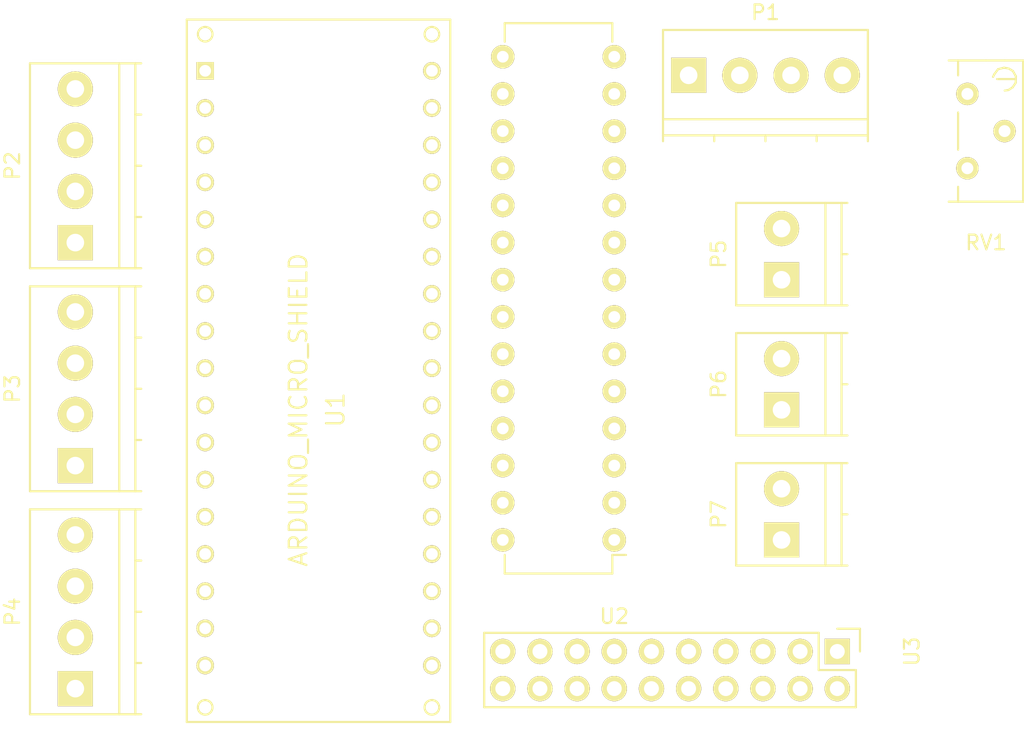
<source format=kicad_pcb>
(kicad_pcb (version 4) (host pcbnew 4.0.2-stable)

  (general
    (links 46)
    (no_connects 46)
    (area 0 0 0 0)
    (thickness 1.6)
    (drawings 0)
    (tracks 1)
    (zones 0)
    (modules 11)
    (nets 35)
  )

  (page A4)
  (layers
    (0 F.Cu signal)
    (31 B.Cu signal)
    (32 B.Adhes user)
    (33 F.Adhes user)
    (34 B.Paste user)
    (35 F.Paste user)
    (36 B.SilkS user)
    (37 F.SilkS user)
    (38 B.Mask user)
    (39 F.Mask user)
    (40 Dwgs.User user)
    (41 Cmts.User user)
    (42 Eco1.User user)
    (43 Eco2.User user)
    (44 Edge.Cuts user)
    (45 Margin user)
    (46 B.CrtYd user)
    (47 F.CrtYd user)
    (48 B.Fab user)
    (49 F.Fab user)
  )

  (setup
    (last_trace_width 0.25)
    (trace_clearance 0.2)
    (zone_clearance 0.508)
    (zone_45_only no)
    (trace_min 0.2)
    (segment_width 0.2)
    (edge_width 0.15)
    (via_size 0.6)
    (via_drill 0.4)
    (via_min_size 0.4)
    (via_min_drill 0.3)
    (uvia_size 0.3)
    (uvia_drill 0.1)
    (uvias_allowed no)
    (uvia_min_size 0.2)
    (uvia_min_drill 0.1)
    (pcb_text_width 0.3)
    (pcb_text_size 1.5 1.5)
    (mod_edge_width 0.15)
    (mod_text_size 1 1)
    (mod_text_width 0.15)
    (pad_size 1.524 1.524)
    (pad_drill 0.762)
    (pad_to_mask_clearance 0.2)
    (aux_axis_origin 0 0)
    (visible_elements 7FFFFFFF)
    (pcbplotparams
      (layerselection 0x00030_80000001)
      (usegerberextensions false)
      (excludeedgelayer true)
      (linewidth 0.100000)
      (plotframeref false)
      (viasonmask false)
      (mode 1)
      (useauxorigin false)
      (hpglpennumber 1)
      (hpglpenspeed 20)
      (hpglpendiameter 15)
      (hpglpenoverlay 2)
      (psnegative false)
      (psa4output false)
      (plotreference true)
      (plotvalue true)
      (plotinvisibletext false)
      (padsonsilk false)
      (subtractmaskfromsilk false)
      (outputformat 1)
      (mirror false)
      (drillshape 1)
      (scaleselection 1)
      (outputdirectory ""))
  )

  (net 0 "")
  (net 1 GND)
  (net 2 -12V)
  (net 3 +12V)
  (net 4 +5V)
  (net 5 "Net-(P2-Pad3)")
  (net 6 "Net-(P2-Pad4)")
  (net 7 "Net-(P3-Pad3)")
  (net 8 "Net-(P3-Pad4)")
  (net 9 "Net-(P4-Pad3)")
  (net 10 "Net-(P4-Pad4)")
  (net 11 "Net-(P5-Pad1)")
  (net 12 "Net-(P6-Pad1)")
  (net 13 "Net-(P7-Pad1)")
  (net 14 -8V)
  (net 15 "Net-(U1-PadSCK)")
  (net 16 "Net-(U1-PadMI)")
  (net 17 "Net-(U1-PadGND)")
  (net 18 "Net-(U1-PadRST)")
  (net 19 "Net-(U1-PadNC)")
  (net 20 "Net-(U1-PadMO)")
  (net 21 "Net-(U1-PadSS)")
  (net 22 "Net-(U2-Pad1)")
  (net 23 "Net-(U2-Pad2)")
  (net 24 "Net-(U2-Pad3)")
  (net 25 "Net-(U2-Pad4)")
  (net 26 "Net-(U2-Pad5)")
  (net 27 "Net-(U2-Pad21)")
  (net 28 "Net-(U2-Pad22)")
  (net 29 "Net-(U2-Pad23)")
  (net 30 "Net-(U2-Pad24)")
  (net 31 "Net-(U2-Pad25)")
  (net 32 "Net-(U2-Pad26)")
  (net 33 "Net-(U2-Pad27)")
  (net 34 "Net-(U2-Pad28)")

  (net_class Default "Dies ist die voreingestellte Netzklasse."
    (clearance 0.2)
    (trace_width 0.25)
    (via_dia 0.6)
    (via_drill 0.4)
    (uvia_dia 0.3)
    (uvia_drill 0.1)
    (add_net +12V)
    (add_net +5V)
    (add_net -12V)
    (add_net -8V)
    (add_net GND)
    (add_net "Net-(P2-Pad3)")
    (add_net "Net-(P2-Pad4)")
    (add_net "Net-(P3-Pad3)")
    (add_net "Net-(P3-Pad4)")
    (add_net "Net-(P4-Pad3)")
    (add_net "Net-(P4-Pad4)")
    (add_net "Net-(P5-Pad1)")
    (add_net "Net-(P6-Pad1)")
    (add_net "Net-(P7-Pad1)")
    (add_net "Net-(U1-PadGND)")
    (add_net "Net-(U1-PadMI)")
    (add_net "Net-(U1-PadMO)")
    (add_net "Net-(U1-PadNC)")
    (add_net "Net-(U1-PadRST)")
    (add_net "Net-(U1-PadSCK)")
    (add_net "Net-(U1-PadSS)")
    (add_net "Net-(U2-Pad1)")
    (add_net "Net-(U2-Pad2)")
    (add_net "Net-(U2-Pad21)")
    (add_net "Net-(U2-Pad22)")
    (add_net "Net-(U2-Pad23)")
    (add_net "Net-(U2-Pad24)")
    (add_net "Net-(U2-Pad25)")
    (add_net "Net-(U2-Pad26)")
    (add_net "Net-(U2-Pad27)")
    (add_net "Net-(U2-Pad28)")
    (add_net "Net-(U2-Pad3)")
    (add_net "Net-(U2-Pad4)")
    (add_net "Net-(U2-Pad5)")
  )

  (module Terminal_Blocks:TerminalBlock_Pheonix_PT-3.5mm_2pol (layer F.Cu) (tedit 0) (tstamp 57637C89)
    (at 186.69 62.23 90)
    (descr "2-way 3.5mm pitch terminal block, Phoenix PT series")
    (path /57634EEE)
    (fp_text reference P5 (at 1.75 -4.3 90) (layer F.SilkS)
      (effects (font (size 1 1) (thickness 0.15)))
    )
    (fp_text value SX (at 1.75 6 90) (layer F.Fab)
      (effects (font (size 1 1) (thickness 0.15)))
    )
    (fp_line (start -1.9 -3.3) (end 5.4 -3.3) (layer F.CrtYd) (width 0.05))
    (fp_line (start -1.9 4.7) (end -1.9 -3.3) (layer F.CrtYd) (width 0.05))
    (fp_line (start 5.4 4.7) (end -1.9 4.7) (layer F.CrtYd) (width 0.05))
    (fp_line (start 5.4 -3.3) (end 5.4 4.7) (layer F.CrtYd) (width 0.05))
    (fp_line (start 1.75 4.1) (end 1.75 4.5) (layer F.SilkS) (width 0.15))
    (fp_line (start -1.75 3) (end 5.25 3) (layer F.SilkS) (width 0.15))
    (fp_line (start -1.75 4.1) (end 5.25 4.1) (layer F.SilkS) (width 0.15))
    (fp_line (start -1.75 -3.1) (end -1.75 4.5) (layer F.SilkS) (width 0.15))
    (fp_line (start 5.25 4.5) (end 5.25 -3.1) (layer F.SilkS) (width 0.15))
    (fp_line (start 5.25 -3.1) (end -1.75 -3.1) (layer F.SilkS) (width 0.15))
    (pad 2 thru_hole circle (at 3.5 0 90) (size 2.4 2.4) (drill 1.2) (layers *.Cu *.Mask F.SilkS)
      (net 4 +5V))
    (pad 1 thru_hole rect (at 0 0 90) (size 2.4 2.4) (drill 1.2) (layers *.Cu *.Mask F.SilkS)
      (net 11 "Net-(P5-Pad1)"))
    (model Terminal_Blocks.3dshapes/TerminalBlock_Pheonix_PT-3.5mm_2pol.wrl
      (at (xyz 0 0 0))
      (scale (xyz 1 1 1))
      (rotate (xyz 0 0 0))
    )
  )

  (module Terminal_Blocks:TerminalBlock_Pheonix_PT-3.5mm_4pol (layer F.Cu) (tedit 56301633) (tstamp 57637C3D)
    (at 180.34 48.26)
    (descr "4-way 3.5mm pitch terminal block, Phoenix PT series")
    (path /5763149D)
    (fp_text reference P1 (at 5.25 -4.3) (layer F.SilkS)
      (effects (font (size 1 1) (thickness 0.15)))
    )
    (fp_text value POWER (at 5.25 6) (layer F.Fab)
      (effects (font (size 1 1) (thickness 0.15)))
    )
    (fp_line (start -1.9 -3.3) (end 12.4 -3.3) (layer F.CrtYd) (width 0.05))
    (fp_line (start -1.9 4.7) (end -1.9 -3.3) (layer F.CrtYd) (width 0.05))
    (fp_line (start 12.4 4.7) (end -1.9 4.7) (layer F.CrtYd) (width 0.05))
    (fp_line (start 12.4 -3.3) (end 12.4 4.7) (layer F.CrtYd) (width 0.05))
    (fp_line (start 1.75 4.1) (end 1.75 4.5) (layer F.SilkS) (width 0.15))
    (fp_line (start 5.25 4.1) (end 5.25 4.5) (layer F.SilkS) (width 0.15))
    (fp_line (start 8.75 4.1) (end 8.75 4.5) (layer F.SilkS) (width 0.15))
    (fp_line (start -1.75 3) (end 12.25 3) (layer F.SilkS) (width 0.15))
    (fp_line (start -1.75 4.1) (end 12.25 4.1) (layer F.SilkS) (width 0.15))
    (fp_line (start -1.75 -3.1) (end -1.75 4.5) (layer F.SilkS) (width 0.15))
    (fp_line (start 12.25 4.5) (end 12.25 -3.1) (layer F.SilkS) (width 0.15))
    (fp_line (start 12.25 -3.1) (end -1.75 -3.1) (layer F.SilkS) (width 0.15))
    (pad 3 thru_hole circle (at 7 0) (size 2.4 2.4) (drill 1.2) (layers *.Cu *.Mask F.SilkS)
      (net 2 -12V))
    (pad 4 thru_hole circle (at 10.5 0) (size 2.4 2.4) (drill 1.2) (layers *.Cu *.Mask F.SilkS)
      (net 1 GND))
    (pad 2 thru_hole circle (at 3.5 0) (size 2.4 2.4) (drill 1.2) (layers *.Cu *.Mask F.SilkS)
      (net 3 +12V))
    (pad 1 thru_hole rect (at 0 0) (size 2.4 2.4) (drill 1.2) (layers *.Cu *.Mask F.SilkS)
      (net 4 +5V))
    (model Terminal_Blocks.3dshapes/TerminalBlock_Pheonix_PT-3.5mm_4pol.wrl
      (at (xyz 0 0 0))
      (scale (xyz 1 1 1))
      (rotate (xyz 0 0 0))
    )
  )

  (module Terminal_Blocks:TerminalBlock_Pheonix_PT-3.5mm_4pol (layer F.Cu) (tedit 56301633) (tstamp 57637C51)
    (at 138.43 59.69 90)
    (descr "4-way 3.5mm pitch terminal block, Phoenix PT series")
    (path /5762FBA2)
    (fp_text reference P2 (at 5.25 -4.3 90) (layer F.SilkS)
      (effects (font (size 1 1) (thickness 0.15)))
    )
    (fp_text value X_SENSOR (at 5.25 6 90) (layer F.Fab)
      (effects (font (size 1 1) (thickness 0.15)))
    )
    (fp_line (start -1.9 -3.3) (end 12.4 -3.3) (layer F.CrtYd) (width 0.05))
    (fp_line (start -1.9 4.7) (end -1.9 -3.3) (layer F.CrtYd) (width 0.05))
    (fp_line (start 12.4 4.7) (end -1.9 4.7) (layer F.CrtYd) (width 0.05))
    (fp_line (start 12.4 -3.3) (end 12.4 4.7) (layer F.CrtYd) (width 0.05))
    (fp_line (start 1.75 4.1) (end 1.75 4.5) (layer F.SilkS) (width 0.15))
    (fp_line (start 5.25 4.1) (end 5.25 4.5) (layer F.SilkS) (width 0.15))
    (fp_line (start 8.75 4.1) (end 8.75 4.5) (layer F.SilkS) (width 0.15))
    (fp_line (start -1.75 3) (end 12.25 3) (layer F.SilkS) (width 0.15))
    (fp_line (start -1.75 4.1) (end 12.25 4.1) (layer F.SilkS) (width 0.15))
    (fp_line (start -1.75 -3.1) (end -1.75 4.5) (layer F.SilkS) (width 0.15))
    (fp_line (start 12.25 4.5) (end 12.25 -3.1) (layer F.SilkS) (width 0.15))
    (fp_line (start 12.25 -3.1) (end -1.75 -3.1) (layer F.SilkS) (width 0.15))
    (pad 3 thru_hole circle (at 7 0 90) (size 2.4 2.4) (drill 1.2) (layers *.Cu *.Mask F.SilkS)
      (net 5 "Net-(P2-Pad3)"))
    (pad 4 thru_hole circle (at 10.5 0 90) (size 2.4 2.4) (drill 1.2) (layers *.Cu *.Mask F.SilkS)
      (net 6 "Net-(P2-Pad4)"))
    (pad 2 thru_hole circle (at 3.5 0 90) (size 2.4 2.4) (drill 1.2) (layers *.Cu *.Mask F.SilkS)
      (net 1 GND))
    (pad 1 thru_hole rect (at 0 0 90) (size 2.4 2.4) (drill 1.2) (layers *.Cu *.Mask F.SilkS)
      (net 4 +5V))
    (model Terminal_Blocks.3dshapes/TerminalBlock_Pheonix_PT-3.5mm_4pol.wrl
      (at (xyz 0 0 0))
      (scale (xyz 1 1 1))
      (rotate (xyz 0 0 0))
    )
  )

  (module Terminal_Blocks:TerminalBlock_Pheonix_PT-3.5mm_4pol (layer F.Cu) (tedit 56301633) (tstamp 57637C65)
    (at 138.43 74.93 90)
    (descr "4-way 3.5mm pitch terminal block, Phoenix PT series")
    (path /5762FBD9)
    (fp_text reference P3 (at 5.25 -4.3 90) (layer F.SilkS)
      (effects (font (size 1 1) (thickness 0.15)))
    )
    (fp_text value Y_SENSOR (at 5.25 6 90) (layer F.Fab)
      (effects (font (size 1 1) (thickness 0.15)))
    )
    (fp_line (start -1.9 -3.3) (end 12.4 -3.3) (layer F.CrtYd) (width 0.05))
    (fp_line (start -1.9 4.7) (end -1.9 -3.3) (layer F.CrtYd) (width 0.05))
    (fp_line (start 12.4 4.7) (end -1.9 4.7) (layer F.CrtYd) (width 0.05))
    (fp_line (start 12.4 -3.3) (end 12.4 4.7) (layer F.CrtYd) (width 0.05))
    (fp_line (start 1.75 4.1) (end 1.75 4.5) (layer F.SilkS) (width 0.15))
    (fp_line (start 5.25 4.1) (end 5.25 4.5) (layer F.SilkS) (width 0.15))
    (fp_line (start 8.75 4.1) (end 8.75 4.5) (layer F.SilkS) (width 0.15))
    (fp_line (start -1.75 3) (end 12.25 3) (layer F.SilkS) (width 0.15))
    (fp_line (start -1.75 4.1) (end 12.25 4.1) (layer F.SilkS) (width 0.15))
    (fp_line (start -1.75 -3.1) (end -1.75 4.5) (layer F.SilkS) (width 0.15))
    (fp_line (start 12.25 4.5) (end 12.25 -3.1) (layer F.SilkS) (width 0.15))
    (fp_line (start 12.25 -3.1) (end -1.75 -3.1) (layer F.SilkS) (width 0.15))
    (pad 3 thru_hole circle (at 7 0 90) (size 2.4 2.4) (drill 1.2) (layers *.Cu *.Mask F.SilkS)
      (net 7 "Net-(P3-Pad3)"))
    (pad 4 thru_hole circle (at 10.5 0 90) (size 2.4 2.4) (drill 1.2) (layers *.Cu *.Mask F.SilkS)
      (net 8 "Net-(P3-Pad4)"))
    (pad 2 thru_hole circle (at 3.5 0 90) (size 2.4 2.4) (drill 1.2) (layers *.Cu *.Mask F.SilkS)
      (net 1 GND))
    (pad 1 thru_hole rect (at 0 0 90) (size 2.4 2.4) (drill 1.2) (layers *.Cu *.Mask F.SilkS)
      (net 4 +5V))
    (model Terminal_Blocks.3dshapes/TerminalBlock_Pheonix_PT-3.5mm_4pol.wrl
      (at (xyz 0 0 0))
      (scale (xyz 1 1 1))
      (rotate (xyz 0 0 0))
    )
  )

  (module Terminal_Blocks:TerminalBlock_Pheonix_PT-3.5mm_4pol (layer F.Cu) (tedit 56301633) (tstamp 57637C79)
    (at 138.43 90.17 90)
    (descr "4-way 3.5mm pitch terminal block, Phoenix PT series")
    (path /5762FC0C)
    (fp_text reference P4 (at 5.25 -4.3 90) (layer F.SilkS)
      (effects (font (size 1 1) (thickness 0.15)))
    )
    (fp_text value Z_SENSOR (at 5.25 6 90) (layer F.Fab)
      (effects (font (size 1 1) (thickness 0.15)))
    )
    (fp_line (start -1.9 -3.3) (end 12.4 -3.3) (layer F.CrtYd) (width 0.05))
    (fp_line (start -1.9 4.7) (end -1.9 -3.3) (layer F.CrtYd) (width 0.05))
    (fp_line (start 12.4 4.7) (end -1.9 4.7) (layer F.CrtYd) (width 0.05))
    (fp_line (start 12.4 -3.3) (end 12.4 4.7) (layer F.CrtYd) (width 0.05))
    (fp_line (start 1.75 4.1) (end 1.75 4.5) (layer F.SilkS) (width 0.15))
    (fp_line (start 5.25 4.1) (end 5.25 4.5) (layer F.SilkS) (width 0.15))
    (fp_line (start 8.75 4.1) (end 8.75 4.5) (layer F.SilkS) (width 0.15))
    (fp_line (start -1.75 3) (end 12.25 3) (layer F.SilkS) (width 0.15))
    (fp_line (start -1.75 4.1) (end 12.25 4.1) (layer F.SilkS) (width 0.15))
    (fp_line (start -1.75 -3.1) (end -1.75 4.5) (layer F.SilkS) (width 0.15))
    (fp_line (start 12.25 4.5) (end 12.25 -3.1) (layer F.SilkS) (width 0.15))
    (fp_line (start 12.25 -3.1) (end -1.75 -3.1) (layer F.SilkS) (width 0.15))
    (pad 3 thru_hole circle (at 7 0 90) (size 2.4 2.4) (drill 1.2) (layers *.Cu *.Mask F.SilkS)
      (net 9 "Net-(P4-Pad3)"))
    (pad 4 thru_hole circle (at 10.5 0 90) (size 2.4 2.4) (drill 1.2) (layers *.Cu *.Mask F.SilkS)
      (net 10 "Net-(P4-Pad4)"))
    (pad 2 thru_hole circle (at 3.5 0 90) (size 2.4 2.4) (drill 1.2) (layers *.Cu *.Mask F.SilkS)
      (net 1 GND))
    (pad 1 thru_hole rect (at 0 0 90) (size 2.4 2.4) (drill 1.2) (layers *.Cu *.Mask F.SilkS)
      (net 4 +5V))
    (model Terminal_Blocks.3dshapes/TerminalBlock_Pheonix_PT-3.5mm_4pol.wrl
      (at (xyz 0 0 0))
      (scale (xyz 1 1 1))
      (rotate (xyz 0 0 0))
    )
  )

  (module Terminal_Blocks:TerminalBlock_Pheonix_PT-3.5mm_2pol (layer F.Cu) (tedit 0) (tstamp 57637C99)
    (at 186.69 71.12 90)
    (descr "2-way 3.5mm pitch terminal block, Phoenix PT series")
    (path /57634F58)
    (fp_text reference P6 (at 1.75 -4.3 90) (layer F.SilkS)
      (effects (font (size 1 1) (thickness 0.15)))
    )
    (fp_text value SY (at 1.75 6 90) (layer F.Fab)
      (effects (font (size 1 1) (thickness 0.15)))
    )
    (fp_line (start -1.9 -3.3) (end 5.4 -3.3) (layer F.CrtYd) (width 0.05))
    (fp_line (start -1.9 4.7) (end -1.9 -3.3) (layer F.CrtYd) (width 0.05))
    (fp_line (start 5.4 4.7) (end -1.9 4.7) (layer F.CrtYd) (width 0.05))
    (fp_line (start 5.4 -3.3) (end 5.4 4.7) (layer F.CrtYd) (width 0.05))
    (fp_line (start 1.75 4.1) (end 1.75 4.5) (layer F.SilkS) (width 0.15))
    (fp_line (start -1.75 3) (end 5.25 3) (layer F.SilkS) (width 0.15))
    (fp_line (start -1.75 4.1) (end 5.25 4.1) (layer F.SilkS) (width 0.15))
    (fp_line (start -1.75 -3.1) (end -1.75 4.5) (layer F.SilkS) (width 0.15))
    (fp_line (start 5.25 4.5) (end 5.25 -3.1) (layer F.SilkS) (width 0.15))
    (fp_line (start 5.25 -3.1) (end -1.75 -3.1) (layer F.SilkS) (width 0.15))
    (pad 2 thru_hole circle (at 3.5 0 90) (size 2.4 2.4) (drill 1.2) (layers *.Cu *.Mask F.SilkS)
      (net 4 +5V))
    (pad 1 thru_hole rect (at 0 0 90) (size 2.4 2.4) (drill 1.2) (layers *.Cu *.Mask F.SilkS)
      (net 12 "Net-(P6-Pad1)"))
    (model Terminal_Blocks.3dshapes/TerminalBlock_Pheonix_PT-3.5mm_2pol.wrl
      (at (xyz 0 0 0))
      (scale (xyz 1 1 1))
      (rotate (xyz 0 0 0))
    )
  )

  (module Terminal_Blocks:TerminalBlock_Pheonix_PT-3.5mm_2pol (layer F.Cu) (tedit 0) (tstamp 57637CA9)
    (at 186.69 80.01 90)
    (descr "2-way 3.5mm pitch terminal block, Phoenix PT series")
    (path /57634F9C)
    (fp_text reference P7 (at 1.75 -4.3 90) (layer F.SilkS)
      (effects (font (size 1 1) (thickness 0.15)))
    )
    (fp_text value SZ (at 1.75 6 90) (layer F.Fab)
      (effects (font (size 1 1) (thickness 0.15)))
    )
    (fp_line (start -1.9 -3.3) (end 5.4 -3.3) (layer F.CrtYd) (width 0.05))
    (fp_line (start -1.9 4.7) (end -1.9 -3.3) (layer F.CrtYd) (width 0.05))
    (fp_line (start 5.4 4.7) (end -1.9 4.7) (layer F.CrtYd) (width 0.05))
    (fp_line (start 5.4 -3.3) (end 5.4 4.7) (layer F.CrtYd) (width 0.05))
    (fp_line (start 1.75 4.1) (end 1.75 4.5) (layer F.SilkS) (width 0.15))
    (fp_line (start -1.75 3) (end 5.25 3) (layer F.SilkS) (width 0.15))
    (fp_line (start -1.75 4.1) (end 5.25 4.1) (layer F.SilkS) (width 0.15))
    (fp_line (start -1.75 -3.1) (end -1.75 4.5) (layer F.SilkS) (width 0.15))
    (fp_line (start 5.25 4.5) (end 5.25 -3.1) (layer F.SilkS) (width 0.15))
    (fp_line (start 5.25 -3.1) (end -1.75 -3.1) (layer F.SilkS) (width 0.15))
    (pad 2 thru_hole circle (at 3.5 0 90) (size 2.4 2.4) (drill 1.2) (layers *.Cu *.Mask F.SilkS)
      (net 4 +5V))
    (pad 1 thru_hole rect (at 0 0 90) (size 2.4 2.4) (drill 1.2) (layers *.Cu *.Mask F.SilkS)
      (net 13 "Net-(P7-Pad1)"))
    (model Terminal_Blocks.3dshapes/TerminalBlock_Pheonix_PT-3.5mm_2pol.wrl
      (at (xyz 0 0 0))
      (scale (xyz 1 1 1))
      (rotate (xyz 0 0 0))
    )
  )

  (module Potentiometers:Potentiometer_Bourns_3296Y_3-8Zoll_Angular_ScrewUp (layer F.Cu) (tedit 54130BC5) (tstamp 57637CC3)
    (at 199.39 49.53 180)
    (descr "3296, 3/8, Square, Trimpot, Trimming, Potentiometer, Bourns")
    (tags "3296, 3/8, Square, Trimpot, Trimming, Potentiometer, Bourns")
    (path /5763199F)
    (fp_text reference RV1 (at -1.27 -10.16 180) (layer F.SilkS)
      (effects (font (size 1 1) (thickness 0.15)))
    )
    (fp_text value 10K (at 0 5.08 180) (layer F.Fab)
      (effects (font (size 1 1) (thickness 0.15)))
    )
    (fp_line (start 0.635 1.27) (end 0.635 2.286) (layer F.SilkS) (width 0.15))
    (fp_line (start 0.635 -3.81) (end 0.635 -1.27) (layer F.SilkS) (width 0.15))
    (fp_line (start 0.635 -7.366) (end 0.635 -6.35) (layer F.SilkS) (width 0.15))
    (fp_line (start -3.302 1.016) (end -2.032 1.016) (layer F.SilkS) (width 0.15))
    (fp_line (start -2.5527 0.2286) (end -2.8067 0.2667) (layer F.SilkS) (width 0.15))
    (fp_line (start -2.8067 0.2667) (end -3.0861 0.4445) (layer F.SilkS) (width 0.15))
    (fp_line (start -3.0861 0.4445) (end -3.302 0.762) (layer F.SilkS) (width 0.15))
    (fp_line (start -3.302 0.762) (end -3.3147 1.2065) (layer F.SilkS) (width 0.15))
    (fp_line (start -3.3147 1.2065) (end -3.1115 1.5621) (layer F.SilkS) (width 0.15))
    (fp_line (start -3.1115 1.5621) (end -2.8194 1.7399) (layer F.SilkS) (width 0.15))
    (fp_line (start -2.8194 1.7399) (end -2.5019 1.7907) (layer F.SilkS) (width 0.15))
    (fp_line (start -2.5019 1.7907) (end -2.0955 1.6891) (layer F.SilkS) (width 0.15))
    (fp_line (start -2.0955 1.6891) (end -1.8415 1.3462) (layer F.SilkS) (width 0.15))
    (fp_line (start -1.8415 1.3462) (end -1.7526 1.1684) (layer F.SilkS) (width 0.15))
    (fp_line (start -2.54 2.286) (end -3.81 2.286) (layer F.SilkS) (width 0.15))
    (fp_line (start -3.81 2.286) (end -3.81 -7.366) (layer F.SilkS) (width 0.15))
    (fp_line (start -3.81 -7.366) (end 1.27 -7.366) (layer F.SilkS) (width 0.15))
    (fp_line (start 1.27 2.286) (end -1.27 2.286) (layer F.SilkS) (width 0.15))
    (fp_line (start -1.27 2.286) (end -2.54 2.286) (layer F.SilkS) (width 0.15))
    (pad 2 thru_hole circle (at -2.54 -2.54 180) (size 1.524 1.524) (drill 0.8128) (layers *.Cu *.Mask F.SilkS)
      (net 14 -8V))
    (pad 3 thru_hole circle (at 0 -5.08 180) (size 1.524 1.524) (drill 0.8128) (layers *.Cu *.Mask F.SilkS))
    (pad 1 thru_hole circle (at 0 0 180) (size 1.524 1.524) (drill 0.8128) (layers *.Cu *.Mask F.SilkS)
      (net 2 -12V))
    (model Potentiometers.3dshapes/Potentiometer_Bourns_3296Y_3-8Zoll_Angular_ScrewUp.wrl
      (at (xyz 0 0 0))
      (scale (xyz 1 1 1))
      (rotate (xyz 0 0 0))
    )
  )

  (module arduino_micro_shield:ARDUINO_MICRO_SHIELD (layer F.Cu) (tedit 54B0AF9D) (tstamp 57637CF1)
    (at 146.05 44.45 270)
    (tags "ARDUINO, MICRO")
    (path /5762CF0D)
    (fp_text reference U1 (at 26.67 -10.16 270) (layer F.SilkS)
      (effects (font (size 1.2 1.2) (thickness 0.15)))
    )
    (fp_text value ARDUINO_MICRO_SHIELD (at 26.67 -7.62 270) (layer F.SilkS)
      (effects (font (size 1.2 1.2) (thickness 0.15)))
    )
    (fp_circle (center 1 -1.254) (end 1.5 -1.254) (layer F.SilkS) (width 0.15))
    (fp_circle (center 1 -16.746) (end 1.5 -16.746) (layer F.SilkS) (width 0.15))
    (fp_circle (center 47 -1.254) (end 47.5 -1.254) (layer F.SilkS) (width 0.15))
    (fp_circle (center 47 -16.746) (end 47.5 -16.746) (layer F.SilkS) (width 0.15))
    (fp_line (start 0 -18) (end 48 -18) (layer F.SilkS) (width 0.15))
    (fp_line (start 48 -18) (end 48 0) (layer F.SilkS) (width 0.15))
    (fp_line (start 48 0) (end 0 0) (layer F.SilkS) (width 0.15))
    (fp_line (start 0 0) (end 0 -18) (layer F.SilkS) (width 0.15))
    (pad SCK thru_hole circle (at 3.5 -16.746 270) (size 1.2 1.2) (drill 0.8) (layers *.Cu *.Mask F.SilkS)
      (net 15 "Net-(U1-PadSCK)"))
    (pad MI thru_hole circle (at 6.04 -16.746 270) (size 1.2 1.2) (drill 0.8) (layers *.Cu *.Mask F.SilkS)
      (net 16 "Net-(U1-PadMI)"))
    (pad VI thru_hole circle (at 8.58 -16.746 270) (size 1.2 1.2) (drill 0.8) (layers *.Cu *.Mask F.SilkS)
      (net 3 +12V))
    (pad GND thru_hole circle (at 11.12 -16.746 270) (size 1.2 1.2) (drill 0.8) (layers *.Cu *.Mask F.SilkS)
      (net 17 "Net-(U1-PadGND)"))
    (pad RST thru_hole circle (at 13.66 -16.746 270) (size 1.2 1.2) (drill 0.8) (layers *.Cu *.Mask F.SilkS)
      (net 18 "Net-(U1-PadRST)"))
    (pad 5V thru_hole circle (at 16.2 -16.746 270) (size 1.2 1.2) (drill 0.8) (layers *.Cu *.Mask F.SilkS))
    (pad NC thru_hole circle (at 18.74 -16.746 270) (size 1.2 1.2) (drill 0.8) (layers *.Cu *.Mask F.SilkS)
      (net 19 "Net-(U1-PadNC)"))
    (pad NC thru_hole circle (at 21.28 -16.746 270) (size 1.2 1.2) (drill 0.8) (layers *.Cu *.Mask F.SilkS)
      (net 19 "Net-(U1-PadNC)"))
    (pad A5 thru_hole circle (at 23.82 -16.746 270) (size 1.2 1.2) (drill 0.8) (layers *.Cu *.Mask F.SilkS))
    (pad A4 thru_hole circle (at 26.36 -16.746 270) (size 1.2 1.2) (drill 0.8) (layers *.Cu *.Mask F.SilkS))
    (pad A3 thru_hole circle (at 28.9 -16.746 270) (size 1.2 1.2) (drill 0.8) (layers *.Cu *.Mask F.SilkS))
    (pad A2 thru_hole circle (at 31.44 -16.746 270) (size 1.2 1.2) (drill 0.8) (layers *.Cu *.Mask F.SilkS))
    (pad A1 thru_hole circle (at 33.98 -16.746 270) (size 1.2 1.2) (drill 0.8) (layers *.Cu *.Mask F.SilkS))
    (pad A0 thru_hole circle (at 36.52 -16.746 270) (size 1.2 1.2) (drill 0.8) (layers *.Cu *.Mask F.SilkS))
    (pad AREF thru_hole circle (at 39.06 -16.746 270) (size 1.2 1.2) (drill 0.8) (layers *.Cu *.Mask F.SilkS))
    (pad 3.3V thru_hole circle (at 41.6 -16.746 270) (size 1.2 1.2) (drill 0.8) (layers *.Cu *.Mask F.SilkS))
    (pad 13 thru_hole circle (at 44.14 -16.746 270) (size 1.2 1.2) (drill 0.8) (layers *.Cu *.Mask F.SilkS))
    (pad MO thru_hole rect (at 3.5 -1.254 270) (size 1.2 1.2) (drill 0.8) (layers *.Cu *.Mask F.SilkS)
      (net 20 "Net-(U1-PadMO)"))
    (pad SS thru_hole circle (at 6.04 -1.254 270) (size 1.2 1.2) (drill 0.8) (layers *.Cu *.Mask F.SilkS)
      (net 21 "Net-(U1-PadSS)"))
    (pad TX thru_hole circle (at 8.58 -1.254 270) (size 1.2 1.2) (drill 0.8) (layers *.Cu *.Mask F.SilkS))
    (pad RX thru_hole circle (at 11.12 -1.254 270) (size 1.2 1.2) (drill 0.8) (layers *.Cu *.Mask F.SilkS))
    (pad RST thru_hole circle (at 13.66 -1.254 270) (size 1.2 1.2) (drill 0.8) (layers *.Cu *.Mask F.SilkS)
      (net 18 "Net-(U1-PadRST)"))
    (pad GND thru_hole circle (at 16.2 -1.254 270) (size 1.2 1.2) (drill 0.8) (layers *.Cu *.Mask F.SilkS)
      (net 17 "Net-(U1-PadGND)"))
    (pad 2 thru_hole circle (at 18.74 -1.254 270) (size 1.2 1.2) (drill 0.8) (layers *.Cu *.Mask F.SilkS)
      (net 6 "Net-(P2-Pad4)"))
    (pad 3 thru_hole circle (at 21.28 -1.254 270) (size 1.2 1.2) (drill 0.8) (layers *.Cu *.Mask F.SilkS)
      (net 5 "Net-(P2-Pad3)"))
    (pad 4 thru_hole circle (at 23.82 -1.254 270) (size 1.2 1.2) (drill 0.8) (layers *.Cu *.Mask F.SilkS)
      (net 8 "Net-(P3-Pad4)"))
    (pad 5 thru_hole circle (at 26.36 -1.254 270) (size 1.2 1.2) (drill 0.8) (layers *.Cu *.Mask F.SilkS)
      (net 7 "Net-(P3-Pad3)"))
    (pad 6 thru_hole circle (at 28.9 -1.254 270) (size 1.2 1.2) (drill 0.8) (layers *.Cu *.Mask F.SilkS)
      (net 10 "Net-(P4-Pad4)"))
    (pad 7 thru_hole circle (at 31.44 -1.254 270) (size 1.2 1.2) (drill 0.8) (layers *.Cu *.Mask F.SilkS)
      (net 9 "Net-(P4-Pad3)"))
    (pad 8 thru_hole circle (at 33.98 -1.254 270) (size 1.2 1.2) (drill 0.8) (layers *.Cu *.Mask F.SilkS))
    (pad 9 thru_hole circle (at 36.52 -1.254 270) (size 1.2 1.2) (drill 0.8) (layers *.Cu *.Mask F.SilkS))
    (pad 10 thru_hole circle (at 39.06 -1.254 270) (size 1.2 1.2) (drill 0.8) (layers *.Cu *.Mask F.SilkS))
    (pad 11 thru_hole circle (at 41.6 -1.254 270) (size 1.2 1.2) (drill 0.8) (layers *.Cu *.Mask F.SilkS))
    (pad 12 thru_hole circle (at 44.14 -1.254 270) (size 1.2 1.2) (drill 0.8) (layers *.Cu *.Mask F.SilkS))
  )

  (module Housings_DIP:DIP-28_W7.62mm (layer F.Cu) (tedit 54130A77) (tstamp 57637D1C)
    (at 175.26 80.01 180)
    (descr "28-lead dip package, row spacing 7.62 mm (300 mils)")
    (tags "dil dip 2.54 300")
    (path /5761DA92)
    (fp_text reference U2 (at 0 -5.22 180) (layer F.SilkS)
      (effects (font (size 1 1) (thickness 0.15)))
    )
    (fp_text value MCP23S17 (at 0 -3.72 180) (layer F.Fab)
      (effects (font (size 1 1) (thickness 0.15)))
    )
    (fp_line (start -1.05 -2.45) (end -1.05 35.5) (layer F.CrtYd) (width 0.05))
    (fp_line (start 8.65 -2.45) (end 8.65 35.5) (layer F.CrtYd) (width 0.05))
    (fp_line (start -1.05 -2.45) (end 8.65 -2.45) (layer F.CrtYd) (width 0.05))
    (fp_line (start -1.05 35.5) (end 8.65 35.5) (layer F.CrtYd) (width 0.05))
    (fp_line (start 0.135 -2.295) (end 0.135 -1.025) (layer F.SilkS) (width 0.15))
    (fp_line (start 7.485 -2.295) (end 7.485 -1.025) (layer F.SilkS) (width 0.15))
    (fp_line (start 7.485 35.315) (end 7.485 34.045) (layer F.SilkS) (width 0.15))
    (fp_line (start 0.135 35.315) (end 0.135 34.045) (layer F.SilkS) (width 0.15))
    (fp_line (start 0.135 -2.295) (end 7.485 -2.295) (layer F.SilkS) (width 0.15))
    (fp_line (start 0.135 35.315) (end 7.485 35.315) (layer F.SilkS) (width 0.15))
    (fp_line (start 0.135 -1.025) (end -0.8 -1.025) (layer F.SilkS) (width 0.15))
    (pad 1 thru_hole oval (at 0 0 180) (size 1.6 1.6) (drill 0.8) (layers *.Cu *.Mask F.SilkS)
      (net 22 "Net-(U2-Pad1)"))
    (pad 2 thru_hole oval (at 0 2.54 180) (size 1.6 1.6) (drill 0.8) (layers *.Cu *.Mask F.SilkS)
      (net 23 "Net-(U2-Pad2)"))
    (pad 3 thru_hole oval (at 0 5.08 180) (size 1.6 1.6) (drill 0.8) (layers *.Cu *.Mask F.SilkS)
      (net 24 "Net-(U2-Pad3)"))
    (pad 4 thru_hole oval (at 0 7.62 180) (size 1.6 1.6) (drill 0.8) (layers *.Cu *.Mask F.SilkS)
      (net 25 "Net-(U2-Pad4)"))
    (pad 5 thru_hole oval (at 0 10.16 180) (size 1.6 1.6) (drill 0.8) (layers *.Cu *.Mask F.SilkS)
      (net 26 "Net-(U2-Pad5)"))
    (pad 6 thru_hole oval (at 0 12.7 180) (size 1.6 1.6) (drill 0.8) (layers *.Cu *.Mask F.SilkS)
      (net 13 "Net-(P7-Pad1)"))
    (pad 7 thru_hole oval (at 0 15.24 180) (size 1.6 1.6) (drill 0.8) (layers *.Cu *.Mask F.SilkS)
      (net 12 "Net-(P6-Pad1)"))
    (pad 8 thru_hole oval (at 0 17.78 180) (size 1.6 1.6) (drill 0.8) (layers *.Cu *.Mask F.SilkS)
      (net 11 "Net-(P5-Pad1)"))
    (pad 9 thru_hole oval (at 0 20.32 180) (size 1.6 1.6) (drill 0.8) (layers *.Cu *.Mask F.SilkS)
      (net 4 +5V))
    (pad 10 thru_hole oval (at 0 22.86 180) (size 1.6 1.6) (drill 0.8) (layers *.Cu *.Mask F.SilkS)
      (net 1 GND))
    (pad 11 thru_hole oval (at 0 25.4 180) (size 1.6 1.6) (drill 0.8) (layers *.Cu *.Mask F.SilkS)
      (net 21 "Net-(U1-PadSS)"))
    (pad 12 thru_hole oval (at 0 27.94 180) (size 1.6 1.6) (drill 0.8) (layers *.Cu *.Mask F.SilkS)
      (net 15 "Net-(U1-PadSCK)"))
    (pad 13 thru_hole oval (at 0 30.48 180) (size 1.6 1.6) (drill 0.8) (layers *.Cu *.Mask F.SilkS)
      (net 20 "Net-(U1-PadMO)"))
    (pad 14 thru_hole oval (at 0 33.02 180) (size 1.6 1.6) (drill 0.8) (layers *.Cu *.Mask F.SilkS)
      (net 16 "Net-(U1-PadMI)"))
    (pad 15 thru_hole oval (at 7.62 33.02 180) (size 1.6 1.6) (drill 0.8) (layers *.Cu *.Mask F.SilkS))
    (pad 16 thru_hole oval (at 7.62 30.48 180) (size 1.6 1.6) (drill 0.8) (layers *.Cu *.Mask F.SilkS))
    (pad 17 thru_hole oval (at 7.62 27.94 180) (size 1.6 1.6) (drill 0.8) (layers *.Cu *.Mask F.SilkS))
    (pad 18 thru_hole oval (at 7.62 25.4 180) (size 1.6 1.6) (drill 0.8) (layers *.Cu *.Mask F.SilkS))
    (pad 19 thru_hole oval (at 7.62 22.86 180) (size 1.6 1.6) (drill 0.8) (layers *.Cu *.Mask F.SilkS))
    (pad 20 thru_hole oval (at 7.62 20.32 180) (size 1.6 1.6) (drill 0.8) (layers *.Cu *.Mask F.SilkS))
    (pad 21 thru_hole oval (at 7.62 17.78 180) (size 1.6 1.6) (drill 0.8) (layers *.Cu *.Mask F.SilkS)
      (net 27 "Net-(U2-Pad21)"))
    (pad 22 thru_hole oval (at 7.62 15.24 180) (size 1.6 1.6) (drill 0.8) (layers *.Cu *.Mask F.SilkS)
      (net 28 "Net-(U2-Pad22)"))
    (pad 23 thru_hole oval (at 7.62 12.7 180) (size 1.6 1.6) (drill 0.8) (layers *.Cu *.Mask F.SilkS)
      (net 29 "Net-(U2-Pad23)"))
    (pad 24 thru_hole oval (at 7.62 10.16 180) (size 1.6 1.6) (drill 0.8) (layers *.Cu *.Mask F.SilkS)
      (net 30 "Net-(U2-Pad24)"))
    (pad 25 thru_hole oval (at 7.62 7.62 180) (size 1.6 1.6) (drill 0.8) (layers *.Cu *.Mask F.SilkS)
      (net 31 "Net-(U2-Pad25)"))
    (pad 26 thru_hole oval (at 7.62 5.08 180) (size 1.6 1.6) (drill 0.8) (layers *.Cu *.Mask F.SilkS)
      (net 32 "Net-(U2-Pad26)"))
    (pad 27 thru_hole oval (at 7.62 2.54 180) (size 1.6 1.6) (drill 0.8) (layers *.Cu *.Mask F.SilkS)
      (net 33 "Net-(U2-Pad27)"))
    (pad 28 thru_hole oval (at 7.62 0 180) (size 1.6 1.6) (drill 0.8) (layers *.Cu *.Mask F.SilkS)
      (net 34 "Net-(U2-Pad28)"))
    (model Housings_DIP.3dshapes/DIP-28_W7.62mm.wrl
      (at (xyz 0 0 0))
      (scale (xyz 1 1 1))
      (rotate (xyz 0 0 0))
    )
  )

  (module Pin_Headers:Pin_Header_Straight_2x10 (layer F.Cu) (tedit 0) (tstamp 57637D40)
    (at 190.5 87.63 270)
    (descr "Through hole pin header")
    (tags "pin header")
    (path /5761D4E0)
    (fp_text reference U3 (at 0 -5.1 270) (layer F.SilkS)
      (effects (font (size 1 1) (thickness 0.15)))
    )
    (fp_text value TLX-1013-E0 (at 0 -3.1 270) (layer F.Fab)
      (effects (font (size 1 1) (thickness 0.15)))
    )
    (fp_line (start -1.75 -1.75) (end -1.75 24.65) (layer F.CrtYd) (width 0.05))
    (fp_line (start 4.3 -1.75) (end 4.3 24.65) (layer F.CrtYd) (width 0.05))
    (fp_line (start -1.75 -1.75) (end 4.3 -1.75) (layer F.CrtYd) (width 0.05))
    (fp_line (start -1.75 24.65) (end 4.3 24.65) (layer F.CrtYd) (width 0.05))
    (fp_line (start 3.81 24.13) (end 3.81 -1.27) (layer F.SilkS) (width 0.15))
    (fp_line (start -1.27 1.27) (end -1.27 24.13) (layer F.SilkS) (width 0.15))
    (fp_line (start 3.81 24.13) (end -1.27 24.13) (layer F.SilkS) (width 0.15))
    (fp_line (start 3.81 -1.27) (end 1.27 -1.27) (layer F.SilkS) (width 0.15))
    (fp_line (start 0 -1.55) (end -1.55 -1.55) (layer F.SilkS) (width 0.15))
    (fp_line (start 1.27 -1.27) (end 1.27 1.27) (layer F.SilkS) (width 0.15))
    (fp_line (start 1.27 1.27) (end -1.27 1.27) (layer F.SilkS) (width 0.15))
    (fp_line (start -1.55 -1.55) (end -1.55 0) (layer F.SilkS) (width 0.15))
    (pad 1 thru_hole rect (at 0 0 270) (size 1.7272 1.7272) (drill 1.016) (layers *.Cu *.Mask F.SilkS))
    (pad 2 thru_hole oval (at 2.54 0 270) (size 1.7272 1.7272) (drill 1.016) (layers *.Cu *.Mask F.SilkS)
      (net 1 GND))
    (pad 3 thru_hole oval (at 0 2.54 270) (size 1.7272 1.7272) (drill 1.016) (layers *.Cu *.Mask F.SilkS)
      (net 14 -8V))
    (pad 4 thru_hole oval (at 2.54 2.54 270) (size 1.7272 1.7272) (drill 1.016) (layers *.Cu *.Mask F.SilkS)
      (net 14 -8V))
    (pad 5 thru_hole oval (at 0 5.08 270) (size 1.7272 1.7272) (drill 1.016) (layers *.Cu *.Mask F.SilkS)
      (net 23 "Net-(U2-Pad2)"))
    (pad 6 thru_hole oval (at 2.54 5.08 270) (size 1.7272 1.7272) (drill 1.016) (layers *.Cu *.Mask F.SilkS)
      (net 24 "Net-(U2-Pad3)"))
    (pad 7 thru_hole oval (at 0 7.62 270) (size 1.7272 1.7272) (drill 1.016) (layers *.Cu *.Mask F.SilkS)
      (net 22 "Net-(U2-Pad1)"))
    (pad 8 thru_hole oval (at 2.54 7.62 270) (size 1.7272 1.7272) (drill 1.016) (layers *.Cu *.Mask F.SilkS)
      (net 25 "Net-(U2-Pad4)"))
    (pad 9 thru_hole oval (at 0 10.16 270) (size 1.7272 1.7272) (drill 1.016) (layers *.Cu *.Mask F.SilkS))
    (pad 10 thru_hole oval (at 2.54 10.16 270) (size 1.7272 1.7272) (drill 1.016) (layers *.Cu *.Mask F.SilkS)
      (net 26 "Net-(U2-Pad5)"))
    (pad 11 thru_hole oval (at 0 12.7 270) (size 1.7272 1.7272) (drill 1.016) (layers *.Cu *.Mask F.SilkS)
      (net 34 "Net-(U2-Pad28)"))
    (pad 12 thru_hole oval (at 2.54 12.7 270) (size 1.7272 1.7272) (drill 1.016) (layers *.Cu *.Mask F.SilkS)
      (net 27 "Net-(U2-Pad21)"))
    (pad 13 thru_hole oval (at 0 15.24 270) (size 1.7272 1.7272) (drill 1.016) (layers *.Cu *.Mask F.SilkS)
      (net 33 "Net-(U2-Pad27)"))
    (pad 14 thru_hole oval (at 2.54 15.24 270) (size 1.7272 1.7272) (drill 1.016) (layers *.Cu *.Mask F.SilkS)
      (net 28 "Net-(U2-Pad22)"))
    (pad 15 thru_hole oval (at 0 17.78 270) (size 1.7272 1.7272) (drill 1.016) (layers *.Cu *.Mask F.SilkS)
      (net 32 "Net-(U2-Pad26)"))
    (pad 16 thru_hole oval (at 2.54 17.78 270) (size 1.7272 1.7272) (drill 1.016) (layers *.Cu *.Mask F.SilkS)
      (net 29 "Net-(U2-Pad23)"))
    (pad 17 thru_hole oval (at 0 20.32 270) (size 1.7272 1.7272) (drill 1.016) (layers *.Cu *.Mask F.SilkS)
      (net 31 "Net-(U2-Pad25)"))
    (pad 18 thru_hole oval (at 2.54 20.32 270) (size 1.7272 1.7272) (drill 1.016) (layers *.Cu *.Mask F.SilkS)
      (net 30 "Net-(U2-Pad24)"))
    (pad 19 thru_hole oval (at 0 22.86 270) (size 1.7272 1.7272) (drill 1.016) (layers *.Cu *.Mask F.SilkS)
      (net 1 GND))
    (pad 20 thru_hole oval (at 2.54 22.86 270) (size 1.7272 1.7272) (drill 1.016) (layers *.Cu *.Mask F.SilkS))
    (model Pin_Headers.3dshapes/Pin_Header_Straight_2x10.wrl
      (at (xyz 0.05 -0.45 0))
      (scale (xyz 1 1 1))
      (rotate (xyz 0 0 90))
    )
  )

  (segment (start 186.69 58.73) (end 187.65 58.73) (width 0.25) (layer B.Cu) (net 4) (status 30))

)

</source>
